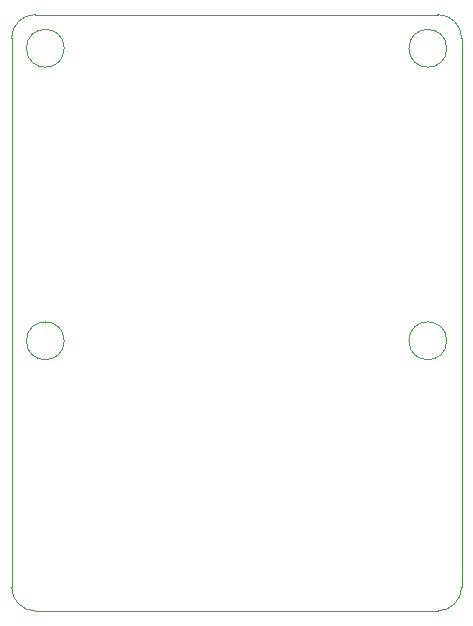
<source format=gm1>
G04 #@! TF.GenerationSoftware,KiCad,Pcbnew,8.0.7*
G04 #@! TF.CreationDate,2024-12-28T18:40:07+08:00*
G04 #@! TF.ProjectId,macroknob,6d616372-6f6b-46e6-9f62-2e6b69636164,rev?*
G04 #@! TF.SameCoordinates,Original*
G04 #@! TF.FileFunction,Profile,NP*
%FSLAX46Y46*%
G04 Gerber Fmt 4.6, Leading zero omitted, Abs format (unit mm)*
G04 Created by KiCad (PCBNEW 8.0.7) date 2024-12-28 18:40:07*
%MOMM*%
%LPD*%
G01*
G04 APERTURE LIST*
G04 #@! TA.AperFunction,Profile*
%ADD10C,0.050000*%
G04 #@! TD*
G04 APERTURE END LIST*
D10*
X100342500Y-24130000D02*
G75*
G02*
X97142500Y-24130000I-1600000J0D01*
G01*
X97142500Y-24130000D02*
G75*
G02*
X100342500Y-24130000I1600000J0D01*
G01*
X100342500Y-48895000D02*
G75*
G02*
X97142500Y-48895000I-1600000J0D01*
G01*
X97142500Y-48895000D02*
G75*
G02*
X100342500Y-48895000I1600000J0D01*
G01*
X132727500Y-48895000D02*
G75*
G02*
X129527500Y-48895000I-1600000J0D01*
G01*
X129527500Y-48895000D02*
G75*
G02*
X132727500Y-48895000I1600000J0D01*
G01*
X132727500Y-24130000D02*
G75*
G02*
X129527500Y-24130000I-1600000J0D01*
G01*
X129527500Y-24130000D02*
G75*
G02*
X132727500Y-24130000I1600000J0D01*
G01*
X133985000Y-69755000D02*
G75*
G02*
X131985000Y-71755000I-2000000J0D01*
G01*
X97885000Y-71755000D02*
G75*
G02*
X95885000Y-69755000I0J2000000D01*
G01*
X131985000Y-21272500D02*
G75*
G02*
X133985000Y-23272500I0J-2000000D01*
G01*
X95885000Y-23272500D02*
G75*
G02*
X97885000Y-21272500I2000000J0D01*
G01*
X133985000Y-23272500D02*
X133985000Y-69755000D01*
X131985000Y-71755000D02*
X97885000Y-71755000D01*
X95885000Y-69755000D02*
X95885000Y-23272500D01*
X97885000Y-21272500D02*
X131985000Y-21272500D01*
M02*

</source>
